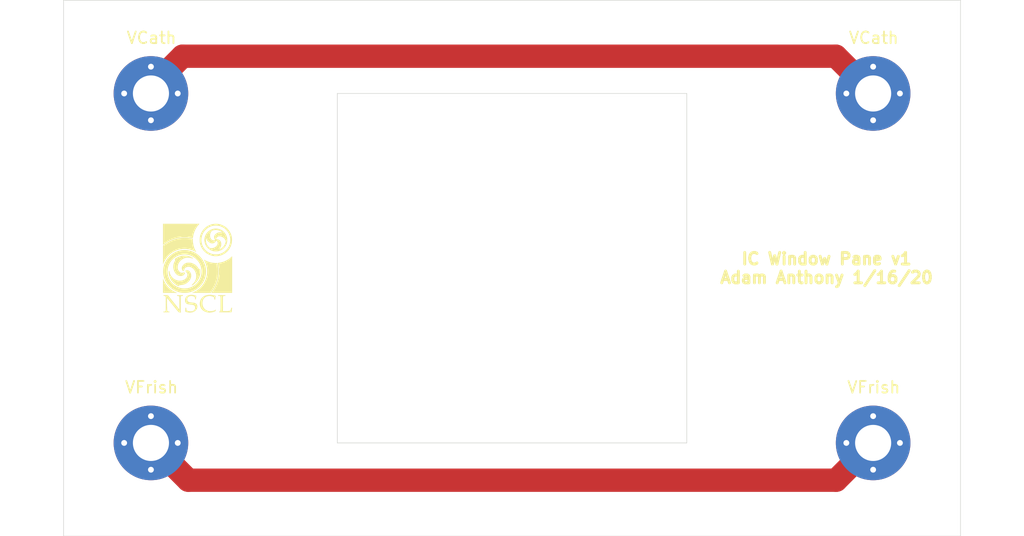
<source format=kicad_pcb>
(kicad_pcb (version 20171130) (host pcbnew "(5.1.5)-3")

  (general
    (thickness 1.6)
    (drawings 9)
    (tracks 6)
    (zones 0)
    (modules 9)
    (nets 3)
  )

  (page A4)
  (layers
    (0 F.Cu signal)
    (31 B.Cu signal)
    (32 B.Adhes user)
    (33 F.Adhes user)
    (34 B.Paste user)
    (35 F.Paste user)
    (36 B.SilkS user)
    (37 F.SilkS user)
    (38 B.Mask user)
    (39 F.Mask user)
    (40 Dwgs.User user)
    (41 Cmts.User user)
    (42 Eco1.User user)
    (43 Eco2.User user)
    (44 Edge.Cuts user)
    (45 Margin user)
    (46 B.CrtYd user)
    (47 F.CrtYd user)
    (48 B.Fab user)
    (49 F.Fab user)
  )

  (setup
    (last_trace_width 0.25)
    (user_trace_width 1)
    (user_trace_width 2)
    (trace_clearance 0.2)
    (zone_clearance 0.508)
    (zone_45_only no)
    (trace_min 0.2)
    (via_size 0.8)
    (via_drill 0.4)
    (via_min_size 0.4)
    (via_min_drill 0.3)
    (uvia_size 0.3)
    (uvia_drill 0.1)
    (uvias_allowed no)
    (uvia_min_size 0.2)
    (uvia_min_drill 0.1)
    (edge_width 0.05)
    (segment_width 0.2)
    (pcb_text_width 0.3)
    (pcb_text_size 1.5 1.5)
    (mod_edge_width 0.12)
    (mod_text_size 1 1)
    (mod_text_width 0.15)
    (pad_size 1.524 1.524)
    (pad_drill 0.762)
    (pad_to_mask_clearance 0.051)
    (solder_mask_min_width 0.25)
    (aux_axis_origin 0 0)
    (visible_elements 7FFFFFFF)
    (pcbplotparams
      (layerselection 0x010fc_ffffffff)
      (usegerberextensions false)
      (usegerberattributes false)
      (usegerberadvancedattributes false)
      (creategerberjobfile false)
      (excludeedgelayer true)
      (linewidth 0.100000)
      (plotframeref false)
      (viasonmask false)
      (mode 1)
      (useauxorigin false)
      (hpglpennumber 1)
      (hpglpenspeed 20)
      (hpglpendiameter 15.000000)
      (psnegative false)
      (psa4output false)
      (plotreference true)
      (plotvalue true)
      (plotinvisibletext false)
      (padsonsilk false)
      (subtractmaskfromsilk false)
      (outputformat 1)
      (mirror false)
      (drillshape 1)
      (scaleselection 1)
      (outputdirectory ""))
  )

  (net 0 "")
  (net 1 "Net-(J1-Pad1)")
  (net 2 "Net-(J2-Pad1)")

  (net_class Default "This is the default net class."
    (clearance 0.2)
    (trace_width 0.25)
    (via_dia 0.8)
    (via_drill 0.4)
    (uvia_dia 0.3)
    (uvia_drill 0.1)
    (add_net "Net-(J1-Pad1)")
    (add_net "Net-(J2-Pad1)")
  )

  (module ICComponents:logo (layer F.Cu) (tedit 0) (tstamp 5E214897)
    (at -27 0)
    (fp_text reference G*** (at 0 0) (layer F.SilkS) hide
      (effects (font (size 1.524 1.524) (thickness 0.3)))
    )
    (fp_text value LOGO (at 0.75 0) (layer F.SilkS) hide
      (effects (font (size 1.524 1.524) (thickness 0.3)))
    )
    (fp_poly (pts (xy 1.683254 -3.395151) (xy 1.710977 -3.391269) (xy 1.837235 -3.363965) (xy 1.956671 -3.321624)
      (xy 2.068279 -3.265114) (xy 2.171049 -3.195302) (xy 2.263973 -3.113055) (xy 2.346043 -3.019241)
      (xy 2.416251 -2.914727) (xy 2.473589 -2.80038) (xy 2.508736 -2.7049) (xy 2.535243 -2.59374)
      (xy 2.547676 -2.476643) (xy 2.546224 -2.356807) (xy 2.531072 -2.237429) (xy 2.502407 -2.121706)
      (xy 2.469563 -2.033197) (xy 2.416251 -1.930047) (xy 2.348543 -1.831438) (xy 2.268868 -1.74)
      (xy 2.179654 -1.658364) (xy 2.083332 -1.589159) (xy 2.032 -1.559364) (xy 1.923491 -1.510339)
      (xy 1.807256 -1.474273) (xy 1.686994 -1.451904) (xy 1.566401 -1.443971) (xy 1.475065 -1.448221)
      (xy 1.351855 -1.46865) (xy 1.23428 -1.504201) (xy 1.12336 -1.553748) (xy 1.020116 -1.616167)
      (xy 0.92557 -1.690334) (xy 0.840741 -1.775123) (xy 0.766651 -1.86941) (xy 0.70432 -1.972071)
      (xy 0.654768 -2.08198) (xy 0.619017 -2.198013) (xy 0.598088 -2.319045) (xy 0.595897 -2.360307)
      (xy 0.71393 -2.360307) (xy 0.721692 -2.275811) (xy 0.738015 -2.196996) (xy 0.763638 -2.119011)
      (xy 0.766218 -2.112394) (xy 0.794685 -2.049182) (xy 0.829561 -1.986149) (xy 0.869095 -1.925397)
      (xy 0.911539 -1.869027) (xy 0.955145 -1.819142) (xy 0.998162 -1.777842) (xy 1.038843 -1.747229)
      (xy 1.075438 -1.729406) (xy 1.087319 -1.726518) (xy 1.143114 -1.720742) (xy 1.206176 -1.719632)
      (xy 1.269665 -1.722956) (xy 1.326738 -1.730481) (xy 1.349507 -1.73543) (xy 1.429871 -1.762207)
      (xy 1.502166 -1.800204) (xy 1.570223 -1.851656) (xy 1.605388 -1.884647) (xy 1.648821 -1.931187)
      (xy 1.68079 -1.973258) (xy 1.702755 -2.011489) (xy 1.716842 -2.041679) (xy 1.725383 -2.066167)
      (xy 1.729735 -2.091349) (xy 1.731261 -2.123619) (xy 1.731387 -2.146122) (xy 1.730698 -2.185479)
      (xy 1.727926 -2.21382) (xy 1.721925 -2.237041) (xy 1.711552 -2.261034) (xy 1.707517 -2.269067)
      (xy 1.689968 -2.300118) (xy 1.670535 -2.329757) (xy 1.659378 -2.344351) (xy 1.635062 -2.373069)
      (xy 1.605018 -2.358812) (xy 1.58214 -2.34317) (xy 1.562811 -2.317859) (xy 1.552178 -2.298002)
      (xy 1.515148 -2.240608) (xy 1.466483 -2.195226) (xy 1.406909 -2.162291) (xy 1.337151 -2.142239)
      (xy 1.2827 -2.136102) (xy 1.241846 -2.13486) (xy 1.210624 -2.136554) (xy 1.181853 -2.142119)
      (xy 1.14835 -2.152489) (xy 1.143304 -2.154228) (xy 1.049684 -2.195432) (xy 0.96529 -2.250382)
      (xy 0.891215 -2.317971) (xy 0.828556 -2.39709) (xy 0.778408 -2.486631) (xy 0.75353 -2.548476)
      (xy 0.743083 -2.577158) (xy 0.734939 -2.594848) (xy 0.72871 -2.600632) (xy 0.724009 -2.593593)
      (xy 0.720446 -2.572818) (xy 0.717633 -2.53739) (xy 0.715181 -2.486396) (xy 0.71399 -2.455334)
      (xy 0.71393 -2.360307) (xy 0.595897 -2.360307) (xy 0.592701 -2.42046) (xy 0.600888 -2.547083)
      (xy 0.624711 -2.669174) (xy 0.662208 -2.78255) (xy 1.069519 -2.78255) (xy 1.069591 -2.7813)
      (xy 1.08087 -2.69191) (xy 1.103211 -2.61131) (xy 1.135825 -2.540712) (xy 1.177918 -2.481326)
      (xy 1.228699 -2.434362) (xy 1.287377 -2.401031) (xy 1.327019 -2.387832) (xy 1.351694 -2.384466)
      (xy 1.385613 -2.383307) (xy 1.422581 -2.384174) (xy 1.456405 -2.386887) (xy 1.48089 -2.391264)
      (xy 1.484356 -2.392413) (xy 1.493603 -2.403676) (xy 1.499557 -2.425614) (xy 1.500025 -2.429658)
      (xy 1.499324 -2.455466) (xy 1.489355 -2.477421) (xy 1.479344 -2.490455) (xy 1.464503 -2.513526)
      (xy 1.462781 -2.517157) (xy 1.588092 -2.517157) (xy 1.590049 -2.498857) (xy 1.607567 -2.484514)
      (xy 1.639647 -2.474538) (xy 1.685293 -2.469338) (xy 1.706034 -2.4687) (xy 1.770246 -2.462148)
      (xy 1.827361 -2.443069) (xy 1.881097 -2.40989) (xy 1.916259 -2.379748) (xy 1.962768 -2.325829)
      (xy 1.996554 -2.263264) (xy 2.018951 -2.189575) (xy 2.019195 -2.188429) (xy 2.031546 -2.090195)
      (xy 2.027498 -1.99206) (xy 2.007521 -1.895636) (xy 1.972083 -1.802539) (xy 1.92165 -1.714381)
      (xy 1.858725 -1.63498) (xy 1.840646 -1.61476) (xy 1.833413 -1.60447) (xy 1.83609 -1.601883)
      (xy 1.845734 -1.604161) (xy 1.862939 -1.610569) (xy 1.89047 -1.622138) (xy 1.92336 -1.636755)
      (xy 1.93564 -1.642395) (xy 2.040845 -1.700245) (xy 2.135539 -1.770937) (xy 2.218905 -1.85343)
      (xy 2.290128 -1.946682) (xy 2.34839 -2.049652) (xy 2.392875 -2.161299) (xy 2.418421 -2.258209)
      (xy 2.425186 -2.296466) (xy 2.426702 -2.322183) (xy 2.423147 -2.338861) (xy 2.422599 -2.340011)
      (xy 2.414473 -2.357268) (xy 2.402593 -2.383734) (xy 2.392134 -2.407672) (xy 2.347192 -2.490978)
      (xy 2.288796 -2.564222) (xy 2.217565 -2.626765) (xy 2.134116 -2.677964) (xy 2.129367 -2.680348)
      (xy 2.054105 -2.711764) (xy 1.978142 -2.732365) (xy 1.904389 -2.741839) (xy 1.835755 -2.739878)
      (xy 1.775149 -2.726169) (xy 1.759228 -2.719835) (xy 1.707781 -2.688618) (xy 1.660779 -2.644303)
      (xy 1.621418 -2.590676) (xy 1.592899 -2.531527) (xy 1.588092 -2.517157) (xy 1.462781 -2.517157)
      (xy 1.449228 -2.545732) (xy 1.437856 -2.57699) (xy 1.424838 -2.647395) (xy 1.428216 -2.717246)
      (xy 1.447476 -2.785133) (xy 1.482102 -2.849642) (xy 1.531579 -2.90936) (xy 1.572218 -2.945541)
      (xy 1.633131 -2.987854) (xy 1.700863 -3.024748) (xy 1.76952 -3.05334) (xy 1.824567 -3.069038)
      (xy 1.883486 -3.077578) (xy 1.950385 -3.080993) (xy 2.017835 -3.079259) (xy 2.078408 -3.072354)
      (xy 2.091267 -3.069889) (xy 2.119486 -3.064334) (xy 2.140217 -3.061019) (xy 2.148881 -3.060652)
      (xy 2.144985 -3.067424) (xy 2.129622 -3.081213) (xy 2.1056 -3.099926) (xy 2.075726 -3.121473)
      (xy 2.042807 -3.14376) (xy 2.009652 -3.164695) (xy 2.007503 -3.165991) (xy 1.90386 -3.219008)
      (xy 1.795556 -3.256088) (xy 1.68179 -3.277426) (xy 1.561765 -3.28322) (xy 1.532467 -3.282342)
      (xy 1.464306 -3.276766) (xy 1.395975 -3.266556) (xy 1.332247 -3.25268) (xy 1.277897 -3.236102)
      (xy 1.252785 -3.225741) (xy 1.233348 -3.211029) (xy 1.209064 -3.18438) (xy 1.182381 -3.149136)
      (xy 1.155746 -3.10864) (xy 1.131608 -3.066237) (xy 1.122181 -3.047357) (xy 1.088887 -2.960835)
      (xy 1.071566 -2.873745) (xy 1.069519 -2.78255) (xy 0.662208 -2.78255) (xy 0.66323 -2.785639)
      (xy 0.715501 -2.895388) (xy 0.780581 -2.997327) (xy 0.857527 -3.090365) (xy 0.945398 -3.17341)
      (xy 1.043249 -3.245369) (xy 1.15014 -3.305152) (xy 1.265126 -3.351665) (xy 1.387266 -3.383817)
      (xy 1.430832 -3.39137) (xy 1.517643 -3.401092) (xy 1.598853 -3.402353) (xy 1.683254 -3.395151)) (layer F.SilkS) (width 0.01))
    (fp_poly (pts (xy -1.121511 -1.073809) (xy -1.0795 -1.072752) (xy -0.958875 -1.06563) (xy -0.849321 -1.050843)
      (xy -0.7463 -1.027288) (xy -0.645271 -0.993858) (xy -0.541695 -0.949451) (xy -0.510434 -0.934312)
      (xy -0.463933 -0.910732) (xy -0.431338 -0.892671) (xy -0.411037 -0.878877) (xy -0.401415 -0.868098)
      (xy -0.400859 -0.859084) (xy -0.405338 -0.852809) (xy -0.424905 -0.844684) (xy -0.457889 -0.845246)
      (xy -0.503246 -0.854374) (xy -0.555539 -0.870415) (xy -0.664396 -0.899111) (xy -0.779303 -0.912218)
      (xy -0.872066 -0.911583) (xy -0.986693 -0.897504) (xy -1.096817 -0.869319) (xy -1.201357 -0.828186)
      (xy -1.299233 -0.775263) (xy -1.389364 -0.711707) (xy -1.470668 -0.638675) (xy -1.542066 -0.557325)
      (xy -1.602476 -0.468814) (xy -1.650817 -0.374299) (xy -1.686008 -0.274938) (xy -1.706969 -0.171889)
      (xy -1.712619 -0.066308) (xy -1.709548 -0.014796) (xy -1.693175 0.076602) (xy -1.662473 0.159184)
      (xy -1.617044 0.233758) (xy -1.556492 0.301133) (xy -1.552548 0.3048) (xy -1.495282 0.351343)
      (xy -1.440411 0.382233) (xy -1.385577 0.398065) (xy -1.328421 0.399439) (xy -1.266586 0.386952)
      (xy -1.249721 0.3816) (xy -1.218961 0.371618) (xy -1.199208 0.367052) (xy -1.185548 0.367548)
      (xy -1.173068 0.372748) (xy -1.167981 0.375667) (xy -1.142743 0.38536) (xy -1.114526 0.389465)
      (xy -1.114177 0.389466) (xy -1.093802 0.390936) (xy -1.085311 0.397675) (xy -1.083733 0.410914)
      (xy -1.090668 0.445039) (xy -1.109754 0.484357) (xy -1.13841 0.525708) (xy -1.174056 0.565934)
      (xy -1.214113 0.601874) (xy -1.256002 0.630371) (xy -1.268219 0.636839) (xy -1.295549 0.64958)
      (xy -1.31876 0.657842) (xy -1.343212 0.662724) (xy -1.374268 0.665324) (xy -1.413606 0.666655)
      (xy -1.467511 0.666617) (xy -1.511078 0.663127) (xy -1.550662 0.655585) (xy -1.5621 0.652609)
      (xy -1.615706 0.636551) (xy -1.659512 0.619575) (xy -1.700503 0.598551) (xy -1.745667 0.570347)
      (xy -1.745754 0.570289) (xy -1.818006 0.512947) (xy -1.884048 0.441697) (xy -1.942477 0.358867)
      (xy -1.991896 0.266785) (xy -2.030903 0.167778) (xy -2.058099 0.064174) (xy -2.061666 0.04502)
      (xy -2.069033 -0.01346) (xy -2.073042 -0.08124) (xy -2.073697 -0.152454) (xy -2.071003 -0.221236)
      (xy -2.064961 -0.281721) (xy -2.061466 -0.303024) (xy -2.05259 -0.345641) (xy -2.042405 -0.384488)
      (xy -2.029551 -0.423284) (xy -2.012666 -0.465746) (xy -1.990387 -0.515593) (xy -1.961354 -0.576543)
      (xy -1.961054 -0.57716) (xy -1.938396 -0.624439) (xy -1.922917 -0.659674) (xy -1.914255 -0.685981)
      (xy -1.912043 -0.706477) (xy -1.915918 -0.724276) (xy -1.925515 -0.742495) (xy -1.939346 -0.762674)
      (xy -1.956337 -0.786535) (xy -1.890452 -0.833323) (xy -1.783291 -0.900669) (xy -1.664761 -0.959409)
      (xy -1.538931 -1.007883) (xy -1.409872 -1.044435) (xy -1.334772 -1.059583) (xy -1.292343 -1.066293)
      (xy -1.254382 -1.070834) (xy -1.21631 -1.073443) (xy -1.173547 -1.074356) (xy -1.121511 -1.073809)) (layer F.SilkS) (width 0.01))
    (fp_poly (pts (xy -0.740833 -0.469317) (xy -0.683161 -0.468734) (xy -0.638596 -0.467287) (xy -0.603322 -0.464634)
      (xy -0.573519 -0.460431) (xy -0.545371 -0.454337) (xy -0.530604 -0.45044) (xy -0.405557 -0.40833)
      (xy -0.291876 -0.353893) (xy -0.188703 -0.286505) (xy -0.095183 -0.205544) (xy -0.010459 -0.11039)
      (xy 0.046726 -0.031002) (xy 0.072213 0.006393) (xy 0.096173 0.039418) (xy 0.116309 0.065052)
      (xy 0.130325 0.080277) (xy 0.132898 0.082302) (xy 0.157016 0.091131) (xy 0.189876 0.090298)
      (xy 0.206479 0.088295) (xy 0.218402 0.089144) (xy 0.226619 0.095202) (xy 0.232107 0.108832)
      (xy 0.235839 0.132393) (xy 0.23879 0.168246) (xy 0.241764 0.2159) (xy 0.241965 0.353244)
      (xy 0.226575 0.4927) (xy 0.196311 0.631813) (xy 0.151887 0.768131) (xy 0.094019 0.899199)
      (xy 0.023424 1.022566) (xy -0.006508 1.0668) (xy -0.067969 1.145312) (xy -0.140368 1.224008)
      (xy -0.219934 1.299451) (xy -0.30289 1.368203) (xy -0.385464 1.426826) (xy -0.43388 1.456058)
      (xy -0.460212 1.470224) (xy -0.47566 1.476431) (xy -0.483813 1.475512) (xy -0.488127 1.468648)
      (xy -0.487736 1.447378) (xy -0.474215 1.420005) (xy -0.449131 1.388838) (xy -0.41405 1.356189)
      (xy -0.409225 1.352267) (xy -0.339601 1.286795) (xy -0.275868 1.20758) (xy -0.219658 1.117267)
      (xy -0.172601 1.018502) (xy -0.136327 0.913929) (xy -0.134089 0.905933) (xy -0.123459 0.854252)
      (xy -0.116003 0.79096) (xy -0.111884 0.721112) (xy -0.111261 0.64976) (xy -0.114297 0.581956)
      (xy -0.121153 0.522755) (xy -0.121747 0.519254) (xy -0.149684 0.402903) (xy -0.191396 0.293892)
      (xy -0.246047 0.19357) (xy -0.312797 0.103281) (xy -0.390809 0.024374) (xy -0.465246 -0.032674)
      (xy -0.55178 -0.081934) (xy -0.639362 -0.114951) (xy -0.727177 -0.131632) (xy -0.814412 -0.131886)
      (xy -0.900255 -0.115621) (xy -0.969238 -0.089798) (xy -1.025545 -0.059961) (xy -1.067622 -0.027678)
      (xy -1.09815 0.010357) (xy -1.119812 0.05745) (xy -1.134752 0.114233) (xy -1.14341 0.147327)
      (xy -1.155991 0.17156) (xy -1.176899 0.194998) (xy -1.180979 0.198899) (xy -1.201431 0.219547)
      (xy -1.216539 0.237247) (xy -1.221769 0.245533) (xy -1.229699 0.249777) (xy -1.243467 0.241616)
      (xy -1.26103 0.223632) (xy -1.280347 0.198409) (xy -1.299376 0.16853) (xy -1.316075 0.136577)
      (xy -1.325142 0.114755) (xy -1.336869 0.080074) (xy -1.3434 0.051611) (xy -1.345768 0.022069)
      (xy -1.345009 -0.015851) (xy -1.344673 -0.023045) (xy -1.341948 -0.062455) (xy -1.337044 -0.092145)
      (xy -1.328045 -0.119325) (xy -1.313035 -0.151207) (xy -1.308061 -0.160867) (xy -1.274993 -0.213491)
      (xy -1.230985 -0.267693) (xy -1.180242 -0.319238) (xy -1.126966 -0.363889) (xy -1.075363 -0.397411)
      (xy -1.071033 -0.399691) (xy -1.019929 -0.424566) (xy -0.974052 -0.442949) (xy -0.929186 -0.455729)
      (xy -0.881114 -0.463794) (xy -0.825618 -0.468034) (xy -0.758482 -0.469339) (xy -0.740833 -0.469317)) (layer F.SilkS) (width 0.01))
    (fp_poly (pts (xy -0.882835 0.182372) (xy -0.853136 0.184033) (xy -0.830122 0.187985) (xy -0.80867 0.195194)
      (xy -0.783658 0.206629) (xy -0.777084 0.209849) (xy -0.719658 0.244049) (xy -0.673088 0.285933)
      (xy -0.634056 0.338932) (xy -0.610777 0.381738) (xy -0.582101 0.446351) (xy -0.563307 0.505122)
      (xy -0.552805 0.564668) (xy -0.549006 0.631604) (xy -0.548932 0.639233) (xy -0.552715 0.719406)
      (xy -0.566084 0.793246) (xy -0.590499 0.867315) (xy -0.609464 0.911172) (xy -0.667633 1.016745)
      (xy -0.739768 1.113233) (xy -0.825073 1.199848) (xy -0.922755 1.275804) (xy -1.032018 1.340315)
      (xy -1.0541 1.351251) (xy -1.119855 1.380744) (xy -1.180972 1.402983) (xy -1.242485 1.419231)
      (xy -1.309428 1.430753) (xy -1.386836 1.438813) (xy -1.4097 1.440525) (xy -1.456216 1.444239)
      (xy -1.498337 1.448438) (xy -1.532395 1.452693) (xy -1.554726 1.45658) (xy -1.55966 1.457975)
      (xy -1.581302 1.474008) (xy -1.600597 1.503653) (xy -1.600632 1.503726) (xy -1.612115 1.525289)
      (xy -1.621272 1.538709) (xy -1.624238 1.540916) (xy -1.633583 1.537321) (xy -1.654824 1.527555)
      (xy -1.684766 1.513128) (xy -1.718733 1.496293) (xy -1.765528 1.471389) (xy -1.817388 1.441547)
      (xy -1.866219 1.411507) (xy -1.888066 1.397151) (xy -1.940636 1.357842) (xy -1.998796 1.308177)
      (xy -2.058961 1.251733) (xy -2.117545 1.192087) (xy -2.170962 1.132819) (xy -2.215624 1.077506)
      (xy -2.23357 1.052424) (xy -2.312848 0.920757) (xy -2.376249 0.783406) (xy -2.423617 0.640832)
      (xy -2.4548 0.493499) (xy -2.469503 0.345016) (xy -2.47143 0.294792) (xy -2.471531 0.259861)
      (xy -2.469233 0.23863) (xy -2.463957 0.229505) (xy -2.455129 0.230893) (xy -2.442173 0.241198)
      (xy -2.434635 0.248528) (xy -2.420155 0.270451) (xy -2.40778 0.305989) (xy -2.400906 0.335312)
      (xy -2.38084 0.420838) (xy -2.357689 0.49462) (xy -2.329365 0.561821) (xy -2.293782 0.627601)
      (xy -2.262969 0.676267) (xy -2.189782 0.771157) (xy -2.104254 0.854975) (xy -2.007457 0.926977)
      (xy -1.900467 0.986421) (xy -1.784359 1.032566) (xy -1.720043 1.051236) (xy -1.607549 1.071999)
      (xy -1.494438 1.077525) (xy -1.383077 1.068021) (xy -1.275831 1.04369) (xy -1.175065 1.004739)
      (xy -1.173334 1.003909) (xy -1.088186 0.954939) (xy -1.015581 0.89645) (xy -0.956252 0.829516)
      (xy -0.910934 0.755211) (xy -0.880362 0.674609) (xy -0.865271 0.588785) (xy -0.863725 0.551315)
      (xy -0.865547 0.505357) (xy -0.872653 0.468371) (xy -0.88714 0.435582) (xy -0.911105 0.40221)
      (xy -0.945828 0.364318) (xy -0.975987 0.332175) (xy -0.995096 0.308422) (xy -1.00499 0.290466)
      (xy -1.007533 0.277114) (xy -1.011546 0.252311) (xy -1.020954 0.227206) (xy -1.028309 0.209486)
      (xy -1.027749 0.197032) (xy -1.017371 0.188954) (xy -0.99527 0.184361) (xy -0.959542 0.182364)
      (xy -0.924341 0.182033) (xy -0.882835 0.182372)) (layer F.SilkS) (width 0.01))
    (fp_poly (pts (xy -1.244393 -3.809973) (xy -1.087918 -3.809891) (xy -0.936878 -3.809758) (xy -0.792107 -3.809577)
      (xy -0.654442 -3.80935) (xy -0.524718 -3.80908) (xy -0.403771 -3.808771) (xy -0.292437 -3.808424)
      (xy -0.19155 -3.808043) (xy -0.101947 -3.807631) (xy -0.024464 -3.80719) (xy 0.040064 -3.806723)
      (xy 0.090802 -3.806232) (xy 0.126913 -3.805722) (xy 0.147562 -3.805194) (xy 0.1524 -3.804782)
      (xy 0.147034 -3.796576) (xy 0.132759 -3.779338) (xy 0.112315 -3.756326) (xy 0.105193 -3.748574)
      (xy -0.004162 -3.618263) (xy -0.102095 -3.476462) (xy -0.18784 -3.324839) (xy -0.260633 -3.165064)
      (xy -0.319709 -2.998804) (xy -0.364302 -2.82773) (xy -0.392492 -2.662767) (xy -0.398306 -2.622091)
      (xy -0.403728 -2.596108) (xy -0.409366 -2.582609) (xy -0.415422 -2.579329) (xy -0.428 -2.581434)
      (xy -0.453557 -2.586292) (xy -0.488493 -2.593202) (xy -0.529211 -2.601462) (xy -0.5334 -2.602322)
      (xy -0.604549 -2.616502) (xy -0.667768 -2.627891) (xy -0.726351 -2.636779) (xy -0.783589 -2.643458)
      (xy -0.842777 -2.648219) (xy -0.907205 -2.651354) (xy -0.980168 -2.653153) (xy -1.064957 -2.653907)
      (xy -1.1176 -2.653983) (xy -1.206195 -2.653683) (xy -1.281224 -2.652659) (xy -1.346047 -2.650613)
      (xy -1.404028 -2.647245) (xy -1.458526 -2.642256) (xy -1.512904 -2.635347) (xy -1.570524 -2.626218)
      (xy -1.634746 -2.61457) (xy -1.697567 -2.602361) (xy -1.905839 -2.552604) (xy -2.111241 -2.486664)
      (xy -2.312231 -2.405238) (xy -2.50727 -2.309026) (xy -2.694818 -2.198725) (xy -2.873334 -2.075033)
      (xy -2.89177 -2.061085) (xy -2.963333 -2.006483) (xy -2.963333 -3.810001) (xy -1.405467 -3.810001)
      (xy -1.244393 -3.809973)) (layer F.SilkS) (width 0.01))
    (fp_poly (pts (xy 1.673061 -3.804389) (xy 1.74653 -3.799319) (xy 1.809169 -3.791218) (xy 1.8161 -3.789973)
      (xy 1.958841 -3.75516) (xy 2.098824 -3.705008) (xy 2.233352 -3.640803) (xy 2.359725 -3.563828)
      (xy 2.472988 -3.477302) (xy 2.5762 -3.378705) (xy 2.669667 -3.268408) (xy 2.752042 -3.148675)
      (xy 2.821977 -3.02177) (xy 2.878124 -2.88996) (xy 2.919134 -2.755508) (xy 2.929119 -2.710929)
      (xy 2.952221 -2.556438) (xy 2.958626 -2.403364) (xy 2.948562 -2.252567) (xy 2.922255 -2.104905)
      (xy 2.879934 -1.961239) (xy 2.821826 -1.822427) (xy 2.748157 -1.689329) (xy 2.659156 -1.562804)
      (xy 2.609466 -1.502834) (xy 2.507145 -1.398315) (xy 2.39378 -1.305686) (xy 2.270963 -1.225563)
      (xy 2.140284 -1.158566) (xy 2.003336 -1.10531) (xy 1.861712 -1.066414) (xy 1.717003 -1.042495)
      (xy 1.570801 -1.034171) (xy 1.424698 -1.042059) (xy 1.4224 -1.042317) (xy 1.270635 -1.067815)
      (xy 1.124485 -1.109129) (xy 0.984759 -1.165879) (xy 0.852265 -1.237684) (xy 0.72781 -1.324166)
      (xy 0.615461 -1.421787) (xy 0.508694 -1.535826) (xy 0.416918 -1.657417) (xy 0.339826 -1.787116)
      (xy 0.277114 -1.925476) (xy 0.228478 -2.073054) (xy 0.205669 -2.167467) (xy 0.198209 -2.216017)
      (xy 0.193019 -2.27732) (xy 0.190069 -2.347351) (xy 0.189326 -2.422086) (xy 0.189631 -2.438181)
      (xy 0.325305 -2.438181) (xy 0.331491 -2.299277) (xy 0.353009 -2.162702) (xy 0.389351 -2.029749)
      (xy 0.440009 -1.901713) (xy 0.504474 -1.779888) (xy 0.582238 -1.665567) (xy 0.672793 -1.560043)
      (xy 0.775632 -1.464612) (xy 0.884767 -1.384135) (xy 0.985291 -1.324028) (xy 1.087499 -1.275013)
      (xy 1.19497 -1.235775) (xy 1.311287 -1.204998) (xy 1.4351 -1.182116) (xy 1.451915 -1.180997)
      (xy 1.482223 -1.180376) (xy 1.522594 -1.180269) (xy 1.569594 -1.180693) (xy 1.604434 -1.181311)
      (xy 1.666051 -1.183128) (xy 1.715377 -1.185939) (xy 1.757047 -1.190224) (xy 1.795696 -1.196464)
      (xy 1.835959 -1.205138) (xy 1.837267 -1.205447) (xy 1.979227 -1.246303) (xy 2.109907 -1.299223)
      (xy 2.230622 -1.364953) (xy 2.342688 -1.444238) (xy 2.447419 -1.537823) (xy 2.476915 -1.568069)
      (xy 2.569427 -1.677685) (xy 2.647494 -1.795027) (xy 2.711009 -1.918811) (xy 2.759864 -2.047754)
      (xy 2.793952 -2.180571) (xy 2.813165 -2.315978) (xy 2.817395 -2.45269) (xy 2.806535 -2.589425)
      (xy 2.780477 -2.724897) (xy 2.739113 -2.857823) (xy 2.682336 -2.986918) (xy 2.610039 -3.110898)
      (xy 2.606656 -3.115982) (xy 2.563877 -3.174028) (xy 2.510878 -3.236761) (xy 2.451777 -3.29986)
      (xy 2.390692 -3.359004) (xy 2.331742 -3.409873) (xy 2.31169 -3.425437) (xy 2.216755 -3.488378)
      (xy 2.110144 -3.544687) (xy 1.996451 -3.592426) (xy 1.880271 -3.629655) (xy 1.771124 -3.65363)
      (xy 1.704495 -3.661538) (xy 1.627938 -3.665445) (xy 1.546295 -3.66551) (xy 1.46441 -3.661892)
      (xy 1.387126 -3.654747) (xy 1.319285 -3.644235) (xy 1.291167 -3.637955) (xy 1.159053 -3.59863)
      (xy 1.039357 -3.550215) (xy 0.929339 -3.491172) (xy 0.826259 -3.419962) (xy 0.727378 -3.335047)
      (xy 0.693977 -3.302529) (xy 0.59757 -3.196117) (xy 0.516888 -3.085414) (xy 0.450908 -2.968623)
      (xy 0.398607 -2.843948) (xy 0.360962 -2.7178) (xy 0.334959 -2.57812) (xy 0.325305 -2.438181)
      (xy 0.189631 -2.438181) (xy 0.190759 -2.497503) (xy 0.194335 -2.569577) (xy 0.200022 -2.634284)
      (xy 0.207789 -2.687602) (xy 0.209878 -2.697885) (xy 0.251019 -2.848685) (xy 0.306699 -2.991454)
      (xy 0.376173 -3.125451) (xy 0.458694 -3.249934) (xy 0.553518 -3.364164) (xy 0.659899 -3.467399)
      (xy 0.777093 -3.558898) (xy 0.904354 -3.637919) (xy 1.040937 -3.703723) (xy 1.186097 -3.755568)
      (xy 1.303867 -3.785642) (xy 1.362658 -3.795142) (xy 1.433561 -3.801805) (xy 1.511988 -3.805594)
      (xy 1.593351 -3.806468) (xy 1.673061 -3.804389)) (layer F.SilkS) (width 0.01))
    (fp_poly (pts (xy -0.986833 -2.606068) (xy -0.85163 -2.597378) (xy -0.720081 -2.583602) (xy -0.595931 -2.565087)
      (xy -0.482929 -2.542182) (xy -0.439399 -2.531257) (xy -0.408897 -2.523087) (xy -0.404024 -2.364327)
      (xy -0.391682 -2.188043) (xy -0.365499 -2.019973) (xy -0.325057 -1.858011) (xy -0.275513 -1.714157)
      (xy -0.251494 -1.65577) (xy -0.224124 -1.594387) (xy -0.195551 -1.534468) (xy -0.167919 -1.480479)
      (xy -0.143373 -1.436881) (xy -0.138172 -1.428447) (xy -0.127294 -1.409705) (xy -0.123047 -1.399127)
      (xy -0.124185 -1.398179) (xy -0.133808 -1.402824) (xy -0.155863 -1.413695) (xy -0.187635 -1.429447)
      (xy -0.226411 -1.448735) (xy -0.254 -1.462489) (xy -0.417935 -1.534951) (xy -0.586757 -1.591488)
      (xy -0.759402 -1.632031) (xy -0.934808 -1.656509) (xy -1.111911 -1.664852) (xy -1.289649 -1.656988)
      (xy -1.466959 -1.632848) (xy -1.642777 -1.592362) (xy -1.744133 -1.5612) (xy -1.840449 -1.524474)
      (xy -1.943426 -1.477542) (xy -2.04851 -1.422886) (xy -2.151149 -1.362989) (xy -2.246788 -1.300333)
      (xy -2.315194 -1.249895) (xy -2.447071 -1.136019) (xy -2.569166 -1.009255) (xy -2.680141 -0.871393)
      (xy -2.778663 -0.724219) (xy -2.863395 -0.569522) (xy -2.922145 -0.437069) (xy -2.962957 -0.334434)
      (xy -2.962745 -1.138767) (xy -2.962532 -1.9431) (xy -2.918483 -1.978103) (xy -2.740881 -2.108726)
      (xy -2.555171 -2.225048) (xy -2.362288 -2.326717) (xy -2.163168 -2.413379) (xy -1.958745 -2.484681)
      (xy -1.749955 -2.54027) (xy -1.537733 -2.579794) (xy -1.323016 -2.602898) (xy -1.25321 -2.606797)
      (xy -1.121942 -2.609323) (xy -0.986833 -2.606068)) (layer F.SilkS) (width 0.01))
    (fp_poly (pts (xy 2.963334 2.116666) (xy 2.074334 2.116666) (xy 1.953196 2.116625) (xy 1.836927 2.116504)
      (xy 1.726633 2.116309) (xy 1.623422 2.116046) (xy 1.528398 2.11572) (xy 1.442668 2.115336)
      (xy 1.367338 2.114902) (xy 1.303514 2.114421) (xy 1.252303 2.113899) (xy 1.214811 2.113343)
      (xy 1.192144 2.112757) (xy 1.185334 2.112205) (xy 1.190136 2.103983) (xy 1.203052 2.085498)
      (xy 1.221849 2.059889) (xy 1.235061 2.042355) (xy 1.35745 1.867657) (xy 1.467196 1.682441)
      (xy 1.563627 1.488165) (xy 1.646071 1.286289) (xy 1.713855 1.078269) (xy 1.756624 0.910433)
      (xy 1.792456 0.716451) (xy 1.81491 0.516232) (xy 1.823986 0.312881) (xy 1.819683 0.109503)
      (xy 1.802001 -0.090795) (xy 1.770939 -0.284908) (xy 1.756917 -0.350763) (xy 1.748779 -0.387993)
      (xy 1.742698 -0.418663) (xy 1.739316 -0.43933) (xy 1.739081 -0.446504) (xy 1.748291 -0.448872)
      (xy 1.770649 -0.452747) (xy 1.802504 -0.457534) (xy 1.829996 -0.461307) (xy 2.005526 -0.49278)
      (xy 2.177427 -0.539989) (xy 2.34422 -0.60224) (xy 2.504427 -0.67884) (xy 2.656572 -0.769095)
      (xy 2.799176 -0.872314) (xy 2.909398 -0.967488) (xy 2.963334 -1.017942) (xy 2.963334 2.116666)) (layer F.SilkS) (width 0.01))
    (fp_poly (pts (xy 0.569887 -0.717462) (xy 0.579015 -0.712409) (xy 0.724701 -0.634955) (xy 0.880783 -0.569226)
      (xy 1.044573 -0.516191) (xy 1.213385 -0.47682) (xy 1.248834 -0.470445) (xy 1.297023 -0.463388)
      (xy 1.3534 -0.456993) (xy 1.41404 -0.451523) (xy 1.475019 -0.447239) (xy 1.532412 -0.444402)
      (xy 1.582295 -0.443275) (xy 1.620743 -0.444119) (xy 1.631036 -0.444956) (xy 1.683039 -0.450511)
      (xy 1.700743 -0.3751) (xy 1.71773 -0.29559) (xy 1.734132 -0.205478) (xy 1.748888 -0.111087)
      (xy 1.760942 -0.018744) (xy 1.762115 -0.008467) (xy 1.767322 0.05336) (xy 1.77081 0.127853)
      (xy 1.772606 0.210832) (xy 1.77274 0.298121) (xy 1.771241 0.385542) (xy 1.768137 0.468917)
      (xy 1.763456 0.544068) (xy 1.75793 0.601133) (xy 1.722838 0.824771) (xy 1.672212 1.04174)
      (xy 1.606095 1.251936) (xy 1.524529 1.455252) (xy 1.427558 1.651583) (xy 1.315223 1.840824)
      (xy 1.187568 2.02287) (xy 1.178998 2.034116) (xy 1.115786 2.116666) (xy -0.4699 2.116184)
      (xy -0.370483 2.074813) (xy -0.213324 2.001131) (xy -0.065088 1.914349) (xy 0.075603 1.813521)
      (xy 0.210127 1.697705) (xy 0.280648 1.628642) (xy 0.400889 1.493933) (xy 0.50676 1.35028)
      (xy 0.598225 1.197757) (xy 0.675248 1.036434) (xy 0.737795 0.866384) (xy 0.785829 0.687677)
      (xy 0.809892 0.563033) (xy 0.817011 0.505735) (xy 0.822072 0.435878) (xy 0.825074 0.357707)
      (xy 0.826017 0.275472) (xy 0.824899 0.193419) (xy 0.82172 0.115797) (xy 0.816479 0.046853)
      (xy 0.810004 -0.004234) (xy 0.780157 -0.156439) (xy 0.741293 -0.298715) (xy 0.691681 -0.436419)
      (xy 0.629586 -0.57491) (xy 0.617629 -0.598988) (xy 0.594176 -0.645747) (xy 0.577758 -0.679246)
      (xy 0.567747 -0.701326) (xy 0.563515 -0.713828) (xy 0.564438 -0.718593) (xy 0.569887 -0.717462)) (layer F.SilkS) (width 0.01))
    (fp_poly (pts (xy -1.026531 -1.556015) (xy -0.946008 -1.551895) (xy -0.87885 -1.545273) (xy -0.706357 -1.514203)
      (xy -0.539327 -1.467471) (xy -0.378644 -1.405716) (xy -0.225189 -1.329578) (xy -0.079845 -1.239696)
      (xy 0.056504 -1.136711) (xy 0.182976 -1.021262) (xy 0.298689 -0.893988) (xy 0.40276 -0.755529)
      (xy 0.494306 -0.606525) (xy 0.54086 -0.516467) (xy 0.610512 -0.353891) (xy 0.663732 -0.188094)
      (xy 0.700916 -0.017748) (xy 0.712334 0.059266) (xy 0.718071 0.121529) (xy 0.721347 0.195398)
      (xy 0.722212 0.275732) (xy 0.720717 0.357392) (xy 0.716913 0.435236) (xy 0.71085 0.504124)
      (xy 0.707701 0.528743) (xy 0.67438 0.703136) (xy 0.625543 0.871466) (xy 0.561771 1.032922)
      (xy 0.483647 1.186692) (xy 0.391752 1.331965) (xy 0.286669 1.46793) (xy 0.16898 1.593776)
      (xy 0.039265 1.708692) (xy -0.101892 1.811867) (xy -0.25391 1.902489) (xy -0.2921 1.922359)
      (xy -0.451308 1.993702) (xy -0.615467 2.048986) (xy -0.785344 2.088444) (xy -0.883083 2.103694)
      (xy -0.939196 2.109169) (xy -1.006998 2.112954) (xy -1.081446 2.115007) (xy -1.157499 2.115291)
      (xy -1.230115 2.113766) (xy -1.294252 2.110393) (xy -1.329267 2.107161) (xy -1.474649 2.083277)
      (xy -1.623205 2.045362) (xy -1.771132 1.994815) (xy -1.914626 1.933033) (xy -2.049883 1.861416)
      (xy -2.125133 1.814551) (xy -2.266521 1.711127) (xy -2.395532 1.597004) (xy -2.511891 1.473183)
      (xy -2.615322 1.340666) (xy -2.705547 1.200454) (xy -2.782293 1.053549) (xy -2.845281 0.90095)
      (xy -2.894237 0.74366) (xy -2.928884 0.582679) (xy -2.948945 0.419009) (xy -2.951094 0.350677)
      (xy -2.579218 0.350677) (xy -2.564212 0.498527) (xy -2.533313 0.647042) (xy -2.505953 0.738889)
      (xy -2.449016 0.883538) (xy -2.377875 1.019878) (xy -2.293507 1.147092) (xy -2.196893 1.264366)
      (xy -2.089012 1.370885) (xy -1.970843 1.465833) (xy -1.843365 1.548396) (xy -1.707558 1.617758)
      (xy -1.564401 1.673104) (xy -1.414873 1.713619) (xy -1.313022 1.73186) (xy -1.249329 1.73821)
      (xy -1.174273 1.741232) (xy -1.093064 1.741071) (xy -1.010913 1.737869) (xy -0.933029 1.73177)
      (xy -0.864624 1.722918) (xy -0.842433 1.718908) (xy -0.68744 1.679732) (xy -0.54 1.625464)
      (xy -0.400456 1.556286) (xy -0.269153 1.472373) (xy -0.146432 1.373906) (xy -0.105517 1.335985)
      (xy 0.004514 1.219548) (xy 0.09913 1.096373) (xy 0.178759 0.965692) (xy 0.24383 0.826734)
      (xy 0.294773 0.678732) (xy 0.322379 0.568766) (xy 0.332283 0.509521) (xy 0.339635 0.438164)
      (xy 0.344318 0.35934) (xy 0.346214 0.277695) (xy 0.345205 0.197875) (xy 0.341173 0.124525)
      (xy 0.335052 0.069159) (xy 0.304435 -0.082333) (xy 0.258407 -0.228351) (xy 0.197827 -0.367869)
      (xy 0.123554 -0.499859) (xy 0.036448 -0.623293) (xy -0.062632 -0.737147) (xy -0.172827 -0.840391)
      (xy -0.293277 -0.932) (xy -0.423124 -1.010947) (xy -0.561507 -1.076203) (xy -0.650983 -1.10926)
      (xy -0.773261 -1.144979) (xy -0.891187 -1.168803) (xy -1.010429 -1.181533) (xy -1.136653 -1.18397)
      (xy -1.172336 -1.182979) (xy -1.325871 -1.169352) (xy -1.4736 -1.14052) (xy -1.614895 -1.097393)
      (xy -1.749124 -1.040879) (xy -1.875656 -0.971888) (xy -1.993862 -0.891327) (xy -2.10311 -0.800106)
      (xy -2.20277 -0.699133) (xy -2.292212 -0.589317) (xy -2.370804 -0.471567) (xy -2.437917 -0.34679)
      (xy -2.49292 -0.215896) (xy -2.535182 -0.079794) (xy -2.564073 0.060608) (xy -2.578962 0.204401)
      (xy -2.579218 0.350677) (xy -2.951094 0.350677) (xy -2.954146 0.253652) (xy -2.94421 0.087607)
      (xy -2.91886 -0.078123) (xy -2.877822 -0.242538) (xy -2.820818 -0.404636) (xy -2.769076 -0.520701)
      (xy -2.684569 -0.675248) (xy -2.587084 -0.819583) (xy -2.477508 -0.953068) (xy -2.356726 -1.075061)
      (xy -2.225623 -1.184925) (xy -2.085085 -1.282018) (xy -1.935996 -1.365702) (xy -1.779242 -1.435337)
      (xy -1.615708 -1.490284) (xy -1.446281 -1.529903) (xy -1.351301 -1.544876) (xy -1.280785 -1.551794)
      (xy -1.199459 -1.55596) (xy -1.112861 -1.557369) (xy -1.026531 -1.556015)) (layer F.SilkS) (width 0.01))
    (fp_poly (pts (xy -2.920479 0.999066) (xy -2.858052 1.139519) (xy -2.787283 1.270347) (xy -2.705861 1.395241)
      (xy -2.611473 1.51789) (xy -2.552323 1.586708) (xy -2.452939 1.688358) (xy -2.340178 1.78608)
      (xy -2.21753 1.877454) (xy -2.088484 1.960058) (xy -1.95653 2.031473) (xy -1.831154 2.086946)
      (xy -1.756833 2.116039) (xy -2.360083 2.116353) (xy -2.963333 2.116666) (xy -2.963228 1.50495)
      (xy -2.963122 0.893233) (xy -2.920479 0.999066)) (layer F.SilkS) (width 0.01))
    (fp_poly (pts (xy 2.3876 2.379133) (xy 2.304552 2.379133) (xy 2.254995 2.380474) (xy 2.2219 2.384516)
      (xy 2.206134 2.390371) (xy 2.200547 2.396505) (xy 2.195675 2.40689) (xy 2.191476 2.422572)
      (xy 2.187909 2.444598) (xy 2.184932 2.474012) (xy 2.182505 2.511861) (xy 2.180587 2.55919)
      (xy 2.179136 2.617046) (xy 2.178111 2.686473) (xy 2.177471 2.768518) (xy 2.177175 2.864226)
      (xy 2.177181 2.974642) (xy 2.177449 3.100814) (xy 2.177499 3.117849) (xy 2.179205 3.682999)
      (xy 2.391353 3.68293) (xy 2.487233 3.682287) (xy 2.568284 3.680332) (xy 2.636569 3.676923)
      (xy 2.694154 3.671917) (xy 2.743101 3.665173) (xy 2.785475 3.656548) (xy 2.789767 3.655492)
      (xy 2.8321 3.644899) (xy 2.862316 3.526366) (xy 2.892531 3.407833) (xy 2.929158 3.405169)
      (xy 2.965785 3.402506) (xy 2.960829 3.439036) (xy 2.957648 3.464288) (xy 2.953289 3.501325)
      (xy 2.9482 3.54606) (xy 2.942831 3.594409) (xy 2.937629 3.642286) (xy 2.933045 3.685607)
      (xy 2.929525 3.720287) (xy 2.92752 3.74224) (xy 2.927518 3.742266) (xy 2.925579 3.758709)
      (xy 2.920227 3.768114) (xy 2.907334 3.773252) (xy 2.882771 3.776895) (xy 2.874434 3.777883)
      (xy 2.856323 3.779003) (xy 2.823059 3.780007) (xy 2.77642 3.780881) (xy 2.718187 3.781606)
      (xy 2.650138 3.782168) (xy 2.574053 3.782548) (xy 2.491711 3.782731) (xy 2.404892 3.7827)
      (xy 2.366434 3.782617) (xy 2.279483 3.782496) (xy 2.197247 3.782608) (xy 2.121357 3.782935)
      (xy 2.05344 3.78346) (xy 1.995126 3.784164) (xy 1.948045 3.78503) (xy 1.913826 3.786041)
      (xy 1.894099 3.787178) (xy 1.890184 3.787787) (xy 1.877959 3.790384) (xy 1.872516 3.784491)
      (xy 1.871154 3.766282) (xy 1.871134 3.760797) (xy 1.87297 3.737858) (xy 1.880933 3.725112)
      (xy 1.895539 3.717278) (xy 1.918027 3.704125) (xy 1.940831 3.685289) (xy 1.943328 3.682762)
      (xy 1.955511 3.66787) (xy 1.963519 3.650841) (xy 1.968883 3.626853) (xy 1.973138 3.591087)
      (xy 1.973423 3.588127) (xy 1.97478 3.564966) (xy 1.975978 3.526827) (xy 1.977017 3.475663)
      (xy 1.977895 3.413428) (xy 1.978612 3.342075) (xy 1.979166 3.263559) (xy 1.979557 3.179833)
      (xy 1.979784 3.092851) (xy 1.979846 3.004568) (xy 1.979741 2.916936) (xy 1.979469 2.83191)
      (xy 1.979029 2.751443) (xy 1.97842 2.67749) (xy 1.97764 2.612004) (xy 1.97669 2.556938)
      (xy 1.975567 2.514248) (xy 1.974271 2.485886) (xy 1.973977 2.48194) (xy 1.969432 2.440815)
      (xy 1.961932 2.412378) (xy 1.948657 2.394309) (xy 1.926792 2.384291) (xy 1.893519 2.380006)
      (xy 1.849029 2.379133) (xy 1.769534 2.379133) (xy 1.769534 2.311399) (xy 2.3876 2.311399)
      (xy 2.3876 2.379133)) (layer F.SilkS) (width 0.01))
    (fp_poly (pts (xy 1.165521 2.291948) (xy 1.1811 2.293646) (xy 1.226739 2.299893) (xy 1.277386 2.308274)
      (xy 1.330488 2.318203) (xy 1.383493 2.329097) (xy 1.433846 2.340372) (xy 1.478996 2.351444)
      (xy 1.51639 2.361728) (xy 1.543474 2.37064) (xy 1.557696 2.377596) (xy 1.559185 2.380164)
      (xy 1.55575 2.393609) (xy 1.549337 2.418476) (xy 1.541227 2.4498) (xy 1.539792 2.455333)
      (xy 1.531586 2.494093) (xy 1.524268 2.541278) (xy 1.519098 2.588382) (xy 1.518144 2.601383)
      (xy 1.512976 2.683933) (xy 1.441186 2.683933) (xy 1.426634 2.495031) (xy 1.375834 2.466817)
      (xy 1.283527 2.424799) (xy 1.184587 2.396613) (xy 1.08182 2.382341) (xy 0.978029 2.382068)
      (xy 0.876022 2.395877) (xy 0.778601 2.423852) (xy 0.723687 2.447388) (xy 0.670836 2.479481)
      (xy 0.61667 2.523283) (xy 0.565454 2.574514) (xy 0.52145 2.628896) (xy 0.488922 2.682148)
      (xy 0.488046 2.683933) (xy 0.459596 2.749554) (xy 0.439813 2.813426) (xy 0.427588 2.880725)
      (xy 0.421816 2.956624) (xy 0.421015 2.997199) (xy 0.421455 3.053714) (xy 0.423834 3.098803)
      (xy 0.42866 3.137915) (xy 0.436441 3.176498) (xy 0.438546 3.185238) (xy 0.472317 3.289752)
      (xy 0.519296 3.383818) (xy 0.578999 3.466951) (xy 0.650942 3.538667) (xy 0.734641 3.59848)
      (xy 0.829612 3.645905) (xy 0.932041 3.679612) (xy 0.958178 3.685189) (xy 0.987129 3.688759)
      (xy 1.022483 3.690508) (xy 1.067828 3.690623) (xy 1.121517 3.689444) (xy 1.214894 3.68439)
      (xy 1.294724 3.674576) (xy 1.363909 3.659262) (xy 1.42535 3.637707) (xy 1.481951 3.609171)
      (xy 1.51313 3.589517) (xy 1.536457 3.574845) (xy 1.550783 3.569479) (xy 1.560357 3.572185)
      (xy 1.563459 3.574896) (xy 1.568826 3.583641) (xy 1.568321 3.596513) (xy 1.561254 3.617688)
      (xy 1.553195 3.637) (xy 1.531382 3.687555) (xy 1.454802 3.719865) (xy 1.340901 3.760224)
      (xy 1.21997 3.788895) (xy 1.133891 3.801193) (xy 1.091719 3.805326) (xy 1.060451 3.807624)
      (xy 1.03417 3.808199) (xy 1.006957 3.807165) (xy 0.972898 3.804636) (xy 0.969434 3.804351)
      (xy 0.84487 3.788145) (xy 0.731815 3.760801) (xy 0.628536 3.721735) (xy 0.533301 3.670364)
      (xy 0.494493 3.644418) (xy 0.414375 3.577492) (xy 0.34598 3.499574) (xy 0.289818 3.412363)
      (xy 0.246401 3.317556) (xy 0.216239 3.216853) (xy 0.199845 3.111951) (xy 0.197728 3.004549)
      (xy 0.210399 2.896345) (xy 0.237702 2.791031) (xy 0.267778 2.713849) (xy 0.304311 2.646161)
      (xy 0.350471 2.582952) (xy 0.409429 2.519207) (xy 0.409807 2.518833) (xy 0.471046 2.462923)
      (xy 0.531076 2.418698) (xy 0.595647 2.382408) (xy 0.664633 2.35256) (xy 0.753458 2.324366)
      (xy 0.852848 2.303651) (xy 0.957915 2.290971) (xy 1.063769 2.286884) (xy 1.165521 2.291948)) (layer F.SilkS) (width 0.01))
    (fp_poly (pts (xy -0.382825 2.297674) (xy -0.343564 2.304916) (xy -0.299793 2.314968) (xy -0.254509 2.326898)
      (xy -0.210707 2.339778) (xy -0.171386 2.352676) (xy -0.139542 2.364663) (xy -0.118172 2.374808)
      (xy -0.110274 2.38218) (xy -0.110273 2.382278) (xy -0.112243 2.395815) (xy -0.116969 2.41882)
      (xy -0.119523 2.429933) (xy -0.123727 2.454196) (xy -0.128034 2.490055) (xy -0.13187 2.532185)
      (xy -0.134133 2.565399) (xy -0.1397 2.662766) (xy -0.174414 2.665308) (xy -0.209128 2.667849)
      (xy -0.213892 2.587999) (xy -0.217917 2.53929) (xy -0.224607 2.503921) (xy -0.236003 2.478307)
      (xy -0.254152 2.458866) (xy -0.281096 2.442016) (xy -0.303352 2.431189) (xy -0.38242 2.401762)
      (xy -0.463519 2.384532) (xy -0.544107 2.379319) (xy -0.621643 2.385943) (xy -0.693586 2.404222)
      (xy -0.757396 2.433978) (xy -0.80164 2.466607) (xy -0.843497 2.513833) (xy -0.871063 2.56785)
      (xy -0.885355 2.630895) (xy -0.8874 2.65532) (xy -0.886721 2.717316) (xy -0.876623 2.768268)
      (xy -0.855839 2.81197) (xy -0.823104 2.852218) (xy -0.821087 2.854252) (xy -0.801365 2.87234)
      (xy -0.780401 2.887399) (xy -0.756124 2.899991) (xy -0.726464 2.910679) (xy -0.689353 2.920027)
      (xy -0.642719 2.928595) (xy -0.584494 2.936948) (xy -0.512607 2.945648) (xy -0.465666 2.950875)
      (xy -0.375119 2.962032) (xy -0.299665 2.97452) (xy -0.237472 2.989171) (xy -0.186708 3.006813)
      (xy -0.14554 3.028276) (xy -0.112135 3.05439) (xy -0.084662 3.085985) (xy -0.061288 3.123891)
      (xy -0.054611 3.137005) (xy -0.029677 3.206543) (xy -0.019814 3.28001) (xy -0.024254 3.355332)
      (xy -0.042234 3.430438) (xy -0.072988 3.503254) (xy -0.115751 3.571709) (xy -0.169758 3.63373)
      (xy -0.234244 3.687244) (xy -0.26508 3.707169) (xy -0.354322 3.750922) (xy -0.453245 3.782303)
      (xy -0.559518 3.800872) (xy -0.67081 3.80619) (xy -0.761718 3.800629) (xy -0.807083 3.794141)
      (xy -0.859496 3.784259) (xy -0.913862 3.772171) (xy -0.965083 3.759066) (xy -1.008065 3.746132)
      (xy -1.029956 3.738053) (xy -1.048235 3.729554) (xy -1.056516 3.720388) (xy -1.057617 3.704695)
      (xy -1.055423 3.685094) (xy -1.053141 3.661703) (xy -1.050462 3.625866) (xy -1.047687 3.582057)
      (xy -1.045117 3.534749) (xy -1.044586 3.523825) (xy -1.038836 3.402751) (xy -1.004134 3.405292)
      (xy -0.969433 3.407833) (xy -0.96484 3.492499) (xy -0.962059 3.536481) (xy -0.958588 3.567121)
      (xy -0.953295 3.588005) (xy -0.945049 3.602718) (xy -0.93272 3.614845) (xy -0.924158 3.621439)
      (xy -0.853939 3.662982) (xy -0.773014 3.691646) (xy -0.681225 3.707477) (xy -0.6096 3.710951)
      (xy -0.521676 3.706674) (xy -0.446246 3.692734) (xy -0.381491 3.668522) (xy -0.325597 3.63343)
      (xy -0.293735 3.60508) (xy -0.256689 3.563869) (xy -0.23158 3.524718) (xy -0.216412 3.482653)
      (xy -0.209188 3.4327) (xy -0.207792 3.390899) (xy -0.209552 3.337438) (xy -0.216497 3.296087)
      (xy -0.23035 3.262382) (xy -0.252834 3.231859) (xy -0.279229 3.205794) (xy -0.301913 3.187429)
      (xy -0.326809 3.172287) (xy -0.356197 3.159761) (xy -0.392356 3.149242) (xy -0.437564 3.140121)
      (xy -0.4941 3.13179) (xy -0.564243 3.12364) (xy -0.601133 3.119842) (xy -0.68808 3.110204)
      (xy -0.760172 3.0999) (xy -0.819489 3.088312) (xy -0.86811 3.074822) (xy -0.908112 3.058811)
      (xy -0.941576 3.039661) (xy -0.97058 3.016754) (xy -0.980918 3.006881) (xy -1.022612 2.953594)
      (xy -1.052414 2.890514) (xy -1.070076 2.820141) (xy -1.075354 2.744976) (xy -1.068 2.66752)
      (xy -1.047767 2.590271) (xy -1.026943 2.539999) (xy -1.002408 2.500381) (xy -0.966947 2.457681)
      (xy -0.924875 2.416199) (xy -0.880509 2.38023) (xy -0.842373 2.356223) (xy -0.764531 2.32365)
      (xy -0.675995 2.301175) (xy -0.579959 2.289204) (xy -0.479613 2.288145) (xy -0.382825 2.297674)) (layer F.SilkS) (width 0.01))
    (fp_poly (pts (xy -2.465863 2.416061) (xy -2.428758 2.463297) (xy -2.386223 2.517705) (xy -2.34314 2.573023)
      (xy -2.304394 2.622992) (xy -2.2991 2.629844) (xy -2.268007 2.669668) (xy -2.227943 2.720298)
      (xy -2.180508 2.779763) (xy -2.127301 2.84609) (xy -2.069924 2.917308) (xy -2.009977 2.991445)
      (xy -1.949059 3.066529) (xy -1.888772 3.140588) (xy -1.830715 3.211651) (xy -1.776488 3.277746)
      (xy -1.727693 3.336901) (xy -1.685929 3.387144) (xy -1.652797 3.426503) (xy -1.647395 3.432839)
      (xy -1.553633 3.542511) (xy -1.551036 3.479405) (xy -1.5506 3.459256) (xy -1.550277 3.423935)
      (xy -1.550068 3.375204) (xy -1.549972 3.314823) (xy -1.549989 3.244555) (xy -1.55012 3.16616)
      (xy -1.550364 3.0814) (xy -1.550721 2.992036) (xy -1.551036 2.928231) (xy -1.551609 2.824855)
      (xy -1.552171 2.737081) (xy -1.552772 2.663577) (xy -1.55346 2.603011) (xy -1.554284 2.554053)
      (xy -1.555292 2.51537) (xy -1.556532 2.485631) (xy -1.558054 2.463504) (xy -1.559905 2.447659)
      (xy -1.562135 2.436762) (xy -1.564792 2.429483) (xy -1.567924 2.424491) (xy -1.569474 2.422666)
      (xy -1.588772 2.407233) (xy -1.616659 2.395628) (xy -1.656109 2.386892) (xy -1.697567 2.381371)
      (xy -1.756833 2.374899) (xy -1.762089 2.311399) (xy -1.253066 2.311399) (xy -1.253066 2.379133)
      (xy -1.320666 2.379133) (xy -1.355337 2.379622) (xy -1.378166 2.381969) (xy -1.394236 2.387493)
      (xy -1.408628 2.397511) (xy -1.415916 2.403841) (xy -1.443567 2.428548) (xy -1.443567 3.045191)
      (xy -1.443479 3.148052) (xy -1.443225 3.247588) (xy -1.442819 3.342249) (xy -1.442275 3.430486)
      (xy -1.441609 3.510749) (xy -1.440833 3.581489) (xy -1.439964 3.641157) (xy -1.439014 3.688203)
      (xy -1.437998 3.721077) (xy -1.437167 3.735916) (xy -1.430768 3.809999) (xy -1.4541 3.809263)
      (xy -1.473618 3.807061) (xy -1.503557 3.801929) (xy -1.537877 3.794919) (xy -1.54239 3.793914)
      (xy -1.575407 3.78539) (xy -1.603218 3.776236) (xy -1.620548 3.768224) (xy -1.622036 3.767134)
      (xy -1.637415 3.752042) (xy -1.66307 3.723771) (xy -1.69886 3.682488) (xy -1.744644 3.628365)
      (xy -1.800281 3.561572) (xy -1.865632 3.482278) (xy -1.940554 3.390654) (xy -2.024908 3.286869)
      (xy -2.118553 3.171093) (xy -2.221347 3.043497) (xy -2.226733 3.036798) (xy -2.289749 2.958529)
      (xy -2.349729 2.884226) (xy -2.405824 2.81493) (xy -2.457185 2.75168) (xy -2.502962 2.695516)
      (xy -2.542306 2.647478) (xy -2.574368 2.608606) (xy -2.598299 2.57994) (xy -2.613249 2.56252)
      (xy -2.618316 2.557316) (xy -2.619837 2.56538) (xy -2.621112 2.588557) (xy -2.622145 2.625032)
      (xy -2.62294 2.672985) (xy -2.623499 2.730601) (xy -2.623827 2.79606) (xy -2.623927 2.867547)
      (xy -2.623803 2.943244) (xy -2.623459 3.021332) (xy -2.622897 3.099996) (xy -2.622123 3.177417)
      (xy -2.621138 3.251778) (xy -2.619948 3.321261) (xy -2.618555 3.384049) (xy -2.616963 3.438326)
      (xy -2.616542 3.450166) (xy -2.61396 3.508603) (xy -2.610832 3.561609) (xy -2.607374 3.606472)
      (xy -2.603802 3.64048) (xy -2.600332 3.660924) (xy -2.599536 3.663516) (xy -2.590146 3.680651)
      (xy -2.574837 3.693073) (xy -2.550664 3.701978) (xy -2.514686 3.708561) (xy -2.478617 3.712652)
      (xy -2.421467 3.718214) (xy -2.421468 3.74929) (xy -2.42147 3.780366) (xy -2.921 3.782916)
      (xy -2.921 3.716866) (xy -2.861461 3.716866) (xy -2.826549 3.715135) (xy -2.794229 3.710617)
      (xy -2.773317 3.704914) (xy -2.763843 3.700565) (xy -2.755613 3.695214) (xy -2.74854 3.68771)
      (xy -2.742537 3.676902) (xy -2.737515 3.661639) (xy -2.733388 3.640771) (xy -2.730067 3.613147)
      (xy -2.727466 3.577617) (xy -2.725496 3.533029) (xy -2.72407 3.478234) (xy -2.7231 3.41208)
      (xy -2.722499 3.333416) (xy -2.722179 3.241093) (xy -2.722053 3.133959) (xy -2.722033 3.031066)
      (xy -2.722025 2.916602) (xy -2.722066 2.817837) (xy -2.722251 2.733539) (xy -2.722678 2.662474)
      (xy -2.723442 2.603408) (xy -2.72464 2.555109) (xy -2.72637 2.516342) (xy -2.728726 2.485874)
      (xy -2.731806 2.462472) (xy -2.735706 2.444903) (xy -2.740522 2.431932) (xy -2.746351 2.422327)
      (xy -2.75329 2.414854) (xy -2.761435 2.408279) (xy -2.770881 2.40137) (xy -2.771299 2.401061)
      (xy -2.794325 2.389282) (xy -2.827367 2.381973) (xy -2.855966 2.379133) (xy -2.916767 2.374899)
      (xy -2.919394 2.343149) (xy -2.922022 2.311399) (xy -2.54836 2.311399) (xy -2.465863 2.416061)) (layer F.SilkS) (width 0.01))
  )

  (module ICComponents:1mmMountingHole (layer F.Cu) (tedit 5E209F5B) (tstamp 5E20F7F0)
    (at -37 8.5)
    (fp_text reference REF** (at 0 1.7526) (layer Dwgs.User)
      (effects (font (size 1 1) (thickness 0.15)))
    )
    (fp_text value 1mmMountingHole (at 0 -1.3716) (layer F.Fab)
      (effects (font (size 1 1) (thickness 0.15)))
    )
    (pad "" np_thru_hole circle (at 0 0) (size 1 1) (drill 1) (layers *.Cu *.Mask))
  )

  (module ICComponents:1mmMountingHole (layer F.Cu) (tedit 5E209F5B) (tstamp 5E20F7E8)
    (at 37 8.5)
    (fp_text reference REF** (at 0 1.7526) (layer Dwgs.User)
      (effects (font (size 1 1) (thickness 0.15)))
    )
    (fp_text value 1mmMountingHole (at 0 -1.3716) (layer F.Fab)
      (effects (font (size 1 1) (thickness 0.15)))
    )
    (pad "" np_thru_hole circle (at 0 0) (size 1 1) (drill 1) (layers *.Cu *.Mask))
  )

  (module ICComponents:1mmMountingHole (layer F.Cu) (tedit 5E209F5B) (tstamp 5E20F7E0)
    (at -37 -8.5)
    (fp_text reference REF** (at 0 1.7526) (layer Dwgs.User)
      (effects (font (size 1 1) (thickness 0.15)))
    )
    (fp_text value 1mmMountingHole (at 0 -1.3716) (layer F.Fab)
      (effects (font (size 1 1) (thickness 0.15)))
    )
    (pad "" np_thru_hole circle (at 0 0) (size 1 1) (drill 1) (layers *.Cu *.Mask))
  )

  (module ICComponents:1mmMountingHole (layer F.Cu) (tedit 5E209F5B) (tstamp 5E20F7CA)
    (at 37 -8.5)
    (fp_text reference REF** (at 0 1.7526) (layer Dwgs.User)
      (effects (font (size 1 1) (thickness 0.15)))
    )
    (fp_text value 1mmMountingHole (at 0 -1.3716) (layer F.Fab)
      (effects (font (size 1 1) (thickness 0.15)))
    )
    (pad "" np_thru_hole circle (at 0 0) (size 1 1) (drill 1) (layers *.Cu *.Mask))
  )

  (module ICComponents:4-40MountingHole (layer F.Cu) (tedit 5E20A43E) (tstamp 5E20F5E2)
    (at -31 15)
    (path /5E20B8D2)
    (fp_text reference J4 (at -0.0254 5.1308) (layer Dwgs.User)
      (effects (font (size 1 1) (thickness 0.15)))
    )
    (fp_text value VFrish (at 0.0508 -4.7752) (layer F.SilkS)
      (effects (font (size 1 1) (thickness 0.15)))
    )
    (pad 1 thru_hole circle (at 0 2.3) (size 1 1) (drill 0.5) (layers *.Cu *.Mask)
      (net 2 "Net-(J2-Pad1)"))
    (pad 1 thru_hole circle (at 2.3 0) (size 1 1) (drill 0.5) (layers *.Cu *.Mask)
      (net 2 "Net-(J2-Pad1)"))
    (pad 1 thru_hole circle (at -2.3 0) (size 1 1) (drill 0.5) (layers *.Cu *.Mask)
      (net 2 "Net-(J2-Pad1)"))
    (pad 1 thru_hole circle (at 0 -2.3) (size 1 1) (drill 0.5) (layers *.Cu *.Mask)
      (net 2 "Net-(J2-Pad1)"))
    (pad 1 thru_hole circle (at 0 0) (size 6.4 6.4) (drill 3.1) (layers *.Cu *.Mask)
      (net 2 "Net-(J2-Pad1)"))
  )

  (module ICComponents:4-40MountingHole (layer F.Cu) (tedit 5E20A43E) (tstamp 5E20F5D9)
    (at -31 -15)
    (path /5E20B581)
    (fp_text reference J3 (at -0.0254 5.1308) (layer Dwgs.User)
      (effects (font (size 1 1) (thickness 0.15)))
    )
    (fp_text value VCath (at 0.0508 -4.7752) (layer F.SilkS)
      (effects (font (size 1 1) (thickness 0.15)))
    )
    (pad 1 thru_hole circle (at 0 2.3) (size 1 1) (drill 0.5) (layers *.Cu *.Mask)
      (net 1 "Net-(J1-Pad1)"))
    (pad 1 thru_hole circle (at 2.3 0) (size 1 1) (drill 0.5) (layers *.Cu *.Mask)
      (net 1 "Net-(J1-Pad1)"))
    (pad 1 thru_hole circle (at -2.3 0) (size 1 1) (drill 0.5) (layers *.Cu *.Mask)
      (net 1 "Net-(J1-Pad1)"))
    (pad 1 thru_hole circle (at 0 -2.3) (size 1 1) (drill 0.5) (layers *.Cu *.Mask)
      (net 1 "Net-(J1-Pad1)"))
    (pad 1 thru_hole circle (at 0 0) (size 6.4 6.4) (drill 3.1) (layers *.Cu *.Mask)
      (net 1 "Net-(J1-Pad1)"))
  )

  (module ICComponents:4-40MountingHole (layer F.Cu) (tedit 5E20A43E) (tstamp 5E20F5D0)
    (at 31 15)
    (path /5E20A2E5)
    (fp_text reference J2 (at -0.0254 5.1308) (layer Dwgs.User)
      (effects (font (size 1 1) (thickness 0.15)))
    )
    (fp_text value VFrish (at 0.0508 -4.7752) (layer F.SilkS)
      (effects (font (size 1 1) (thickness 0.15)))
    )
    (pad 1 thru_hole circle (at 0 2.3) (size 1 1) (drill 0.5) (layers *.Cu *.Mask)
      (net 2 "Net-(J2-Pad1)"))
    (pad 1 thru_hole circle (at 2.3 0) (size 1 1) (drill 0.5) (layers *.Cu *.Mask)
      (net 2 "Net-(J2-Pad1)"))
    (pad 1 thru_hole circle (at -2.3 0) (size 1 1) (drill 0.5) (layers *.Cu *.Mask)
      (net 2 "Net-(J2-Pad1)"))
    (pad 1 thru_hole circle (at 0 -2.3) (size 1 1) (drill 0.5) (layers *.Cu *.Mask)
      (net 2 "Net-(J2-Pad1)"))
    (pad 1 thru_hole circle (at 0 0) (size 6.4 6.4) (drill 3.1) (layers *.Cu *.Mask)
      (net 2 "Net-(J2-Pad1)"))
  )

  (module ICComponents:4-40MountingHole (layer F.Cu) (tedit 5E20A43E) (tstamp 5E20F5C7)
    (at 31 -15)
    (path /5E209B0D)
    (fp_text reference J1 (at -0.0254 5.1308) (layer Dwgs.User)
      (effects (font (size 1 1) (thickness 0.15)))
    )
    (fp_text value VCath (at 0.0508 -4.7752) (layer F.SilkS)
      (effects (font (size 1 1) (thickness 0.15)))
    )
    (pad 1 thru_hole circle (at 0 2.3) (size 1 1) (drill 0.5) (layers *.Cu *.Mask)
      (net 1 "Net-(J1-Pad1)"))
    (pad 1 thru_hole circle (at 2.3 0) (size 1 1) (drill 0.5) (layers *.Cu *.Mask)
      (net 1 "Net-(J1-Pad1)"))
    (pad 1 thru_hole circle (at -2.3 0) (size 1 1) (drill 0.5) (layers *.Cu *.Mask)
      (net 1 "Net-(J1-Pad1)"))
    (pad 1 thru_hole circle (at 0 -2.3) (size 1 1) (drill 0.5) (layers *.Cu *.Mask)
      (net 1 "Net-(J1-Pad1)"))
    (pad 1 thru_hole circle (at 0 0) (size 6.4 6.4) (drill 3.1) (layers *.Cu *.Mask)
      (net 1 "Net-(J1-Pad1)"))
  )

  (gr_text "IC Window Pane v1\nAdam Anthony 1/16/20" (at 27 0) (layer F.SilkS)
    (effects (font (size 1 1) (thickness 0.25)))
  )
  (gr_line (start -15 15) (end -15 -15) (layer Edge.Cuts) (width 0.05))
  (gr_line (start 15 15) (end -15 15) (layer Edge.Cuts) (width 0.05))
  (gr_line (start 15 -15) (end 15 15) (layer Edge.Cuts) (width 0.05))
  (gr_line (start -15 -15) (end 15 -15) (layer Edge.Cuts) (width 0.05))
  (gr_line (start -38.5 23) (end -38.5 -23) (layer Edge.Cuts) (width 0.05))
  (gr_line (start 38.5 23) (end -38.5 23) (layer Edge.Cuts) (width 0.05))
  (gr_line (start 38.5 -23) (end 38.5 23) (layer Edge.Cuts) (width 0.05))
  (gr_line (start -38.5 -23) (end 38.5 -23) (layer Edge.Cuts) (width 0.05))

  (segment (start 27.800001 -18.199999) (end -28.292161 -18.199999) (width 2) (layer F.Cu) (net 1))
  (segment (start 31 -15) (end 27.800001 -18.199999) (width 2) (layer F.Cu) (net 1))
  (segment (start -28.292161 -18.199999) (end -31.1785 -15.31366) (width 2) (layer F.Cu) (net 1))
  (segment (start -27.800001 18.199999) (end 27.827341 18.199999) (width 2) (layer F.Cu) (net 2))
  (segment (start -31 15) (end -27.800001 18.199999) (width 2) (layer F.Cu) (net 2))
  (segment (start 27.827341 18.199999) (end 31.23692 14.79042) (width 2) (layer F.Cu) (net 2))

)

</source>
